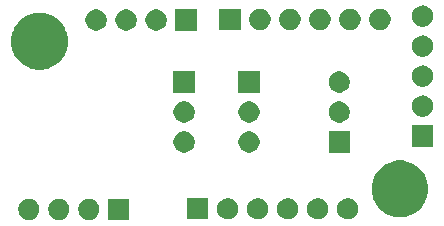
<source format=gts>
G04 #@! TF.GenerationSoftware,KiCad,Pcbnew,5.1.5+dfsg1-2build2*
G04 #@! TF.CreationDate,2023-02-26T20:32:14+01:00*
G04 #@! TF.ProjectId,EcoApi_BeeHiveSensor,45636f41-7069-45f4-9265-654869766553,rev?*
G04 #@! TF.SameCoordinates,Original*
G04 #@! TF.FileFunction,Soldermask,Top*
G04 #@! TF.FilePolarity,Negative*
%FSLAX46Y46*%
G04 Gerber Fmt 4.6, Leading zero omitted, Abs format (unit mm)*
G04 Created by KiCad (PCBNEW 5.1.5+dfsg1-2build2) date 2023-02-26 20:32:14*
%MOMM*%
%LPD*%
G04 APERTURE LIST*
%ADD10C,0.100000*%
G04 APERTURE END LIST*
D10*
G36*
X161711000Y-98951000D02*
G01*
X159909000Y-98951000D01*
X159909000Y-97149000D01*
X161711000Y-97149000D01*
X161711000Y-98951000D01*
G37*
G36*
X158383512Y-97153927D02*
G01*
X158532812Y-97183624D01*
X158696784Y-97251544D01*
X158844354Y-97350147D01*
X158969853Y-97475646D01*
X159068456Y-97623216D01*
X159136376Y-97787188D01*
X159171000Y-97961259D01*
X159171000Y-98138741D01*
X159136376Y-98312812D01*
X159068456Y-98476784D01*
X158969853Y-98624354D01*
X158844354Y-98749853D01*
X158696784Y-98848456D01*
X158532812Y-98916376D01*
X158383512Y-98946073D01*
X158358742Y-98951000D01*
X158181258Y-98951000D01*
X158156488Y-98946073D01*
X158007188Y-98916376D01*
X157843216Y-98848456D01*
X157695646Y-98749853D01*
X157570147Y-98624354D01*
X157471544Y-98476784D01*
X157403624Y-98312812D01*
X157369000Y-98138741D01*
X157369000Y-97961259D01*
X157403624Y-97787188D01*
X157471544Y-97623216D01*
X157570147Y-97475646D01*
X157695646Y-97350147D01*
X157843216Y-97251544D01*
X158007188Y-97183624D01*
X158156488Y-97153927D01*
X158181258Y-97149000D01*
X158358742Y-97149000D01*
X158383512Y-97153927D01*
G37*
G36*
X153303512Y-97153927D02*
G01*
X153452812Y-97183624D01*
X153616784Y-97251544D01*
X153764354Y-97350147D01*
X153889853Y-97475646D01*
X153988456Y-97623216D01*
X154056376Y-97787188D01*
X154091000Y-97961259D01*
X154091000Y-98138741D01*
X154056376Y-98312812D01*
X153988456Y-98476784D01*
X153889853Y-98624354D01*
X153764354Y-98749853D01*
X153616784Y-98848456D01*
X153452812Y-98916376D01*
X153303512Y-98946073D01*
X153278742Y-98951000D01*
X153101258Y-98951000D01*
X153076488Y-98946073D01*
X152927188Y-98916376D01*
X152763216Y-98848456D01*
X152615646Y-98749853D01*
X152490147Y-98624354D01*
X152391544Y-98476784D01*
X152323624Y-98312812D01*
X152289000Y-98138741D01*
X152289000Y-97961259D01*
X152323624Y-97787188D01*
X152391544Y-97623216D01*
X152490147Y-97475646D01*
X152615646Y-97350147D01*
X152763216Y-97251544D01*
X152927188Y-97183624D01*
X153076488Y-97153927D01*
X153101258Y-97149000D01*
X153278742Y-97149000D01*
X153303512Y-97153927D01*
G37*
G36*
X155843512Y-97153927D02*
G01*
X155992812Y-97183624D01*
X156156784Y-97251544D01*
X156304354Y-97350147D01*
X156429853Y-97475646D01*
X156528456Y-97623216D01*
X156596376Y-97787188D01*
X156631000Y-97961259D01*
X156631000Y-98138741D01*
X156596376Y-98312812D01*
X156528456Y-98476784D01*
X156429853Y-98624354D01*
X156304354Y-98749853D01*
X156156784Y-98848456D01*
X155992812Y-98916376D01*
X155843512Y-98946073D01*
X155818742Y-98951000D01*
X155641258Y-98951000D01*
X155616488Y-98946073D01*
X155467188Y-98916376D01*
X155303216Y-98848456D01*
X155155646Y-98749853D01*
X155030147Y-98624354D01*
X154931544Y-98476784D01*
X154863624Y-98312812D01*
X154829000Y-98138741D01*
X154829000Y-97961259D01*
X154863624Y-97787188D01*
X154931544Y-97623216D01*
X155030147Y-97475646D01*
X155155646Y-97350147D01*
X155303216Y-97251544D01*
X155467188Y-97183624D01*
X155616488Y-97153927D01*
X155641258Y-97149000D01*
X155818742Y-97149000D01*
X155843512Y-97153927D01*
G37*
G36*
X180303512Y-97103927D02*
G01*
X180452812Y-97133624D01*
X180616784Y-97201544D01*
X180764354Y-97300147D01*
X180889853Y-97425646D01*
X180988456Y-97573216D01*
X181056376Y-97737188D01*
X181091000Y-97911259D01*
X181091000Y-98088741D01*
X181056376Y-98262812D01*
X180988456Y-98426784D01*
X180889853Y-98574354D01*
X180764354Y-98699853D01*
X180616784Y-98798456D01*
X180452812Y-98866376D01*
X180303512Y-98896073D01*
X180278742Y-98901000D01*
X180101258Y-98901000D01*
X180076488Y-98896073D01*
X179927188Y-98866376D01*
X179763216Y-98798456D01*
X179615646Y-98699853D01*
X179490147Y-98574354D01*
X179391544Y-98426784D01*
X179323624Y-98262812D01*
X179289000Y-98088741D01*
X179289000Y-97911259D01*
X179323624Y-97737188D01*
X179391544Y-97573216D01*
X179490147Y-97425646D01*
X179615646Y-97300147D01*
X179763216Y-97201544D01*
X179927188Y-97133624D01*
X180076488Y-97103927D01*
X180101258Y-97099000D01*
X180278742Y-97099000D01*
X180303512Y-97103927D01*
G37*
G36*
X168391000Y-98901000D02*
G01*
X166589000Y-98901000D01*
X166589000Y-97099000D01*
X168391000Y-97099000D01*
X168391000Y-98901000D01*
G37*
G36*
X170143512Y-97103927D02*
G01*
X170292812Y-97133624D01*
X170456784Y-97201544D01*
X170604354Y-97300147D01*
X170729853Y-97425646D01*
X170828456Y-97573216D01*
X170896376Y-97737188D01*
X170931000Y-97911259D01*
X170931000Y-98088741D01*
X170896376Y-98262812D01*
X170828456Y-98426784D01*
X170729853Y-98574354D01*
X170604354Y-98699853D01*
X170456784Y-98798456D01*
X170292812Y-98866376D01*
X170143512Y-98896073D01*
X170118742Y-98901000D01*
X169941258Y-98901000D01*
X169916488Y-98896073D01*
X169767188Y-98866376D01*
X169603216Y-98798456D01*
X169455646Y-98699853D01*
X169330147Y-98574354D01*
X169231544Y-98426784D01*
X169163624Y-98262812D01*
X169129000Y-98088741D01*
X169129000Y-97911259D01*
X169163624Y-97737188D01*
X169231544Y-97573216D01*
X169330147Y-97425646D01*
X169455646Y-97300147D01*
X169603216Y-97201544D01*
X169767188Y-97133624D01*
X169916488Y-97103927D01*
X169941258Y-97099000D01*
X170118742Y-97099000D01*
X170143512Y-97103927D01*
G37*
G36*
X172683512Y-97103927D02*
G01*
X172832812Y-97133624D01*
X172996784Y-97201544D01*
X173144354Y-97300147D01*
X173269853Y-97425646D01*
X173368456Y-97573216D01*
X173436376Y-97737188D01*
X173471000Y-97911259D01*
X173471000Y-98088741D01*
X173436376Y-98262812D01*
X173368456Y-98426784D01*
X173269853Y-98574354D01*
X173144354Y-98699853D01*
X172996784Y-98798456D01*
X172832812Y-98866376D01*
X172683512Y-98896073D01*
X172658742Y-98901000D01*
X172481258Y-98901000D01*
X172456488Y-98896073D01*
X172307188Y-98866376D01*
X172143216Y-98798456D01*
X171995646Y-98699853D01*
X171870147Y-98574354D01*
X171771544Y-98426784D01*
X171703624Y-98262812D01*
X171669000Y-98088741D01*
X171669000Y-97911259D01*
X171703624Y-97737188D01*
X171771544Y-97573216D01*
X171870147Y-97425646D01*
X171995646Y-97300147D01*
X172143216Y-97201544D01*
X172307188Y-97133624D01*
X172456488Y-97103927D01*
X172481258Y-97099000D01*
X172658742Y-97099000D01*
X172683512Y-97103927D01*
G37*
G36*
X175223512Y-97103927D02*
G01*
X175372812Y-97133624D01*
X175536784Y-97201544D01*
X175684354Y-97300147D01*
X175809853Y-97425646D01*
X175908456Y-97573216D01*
X175976376Y-97737188D01*
X176011000Y-97911259D01*
X176011000Y-98088741D01*
X175976376Y-98262812D01*
X175908456Y-98426784D01*
X175809853Y-98574354D01*
X175684354Y-98699853D01*
X175536784Y-98798456D01*
X175372812Y-98866376D01*
X175223512Y-98896073D01*
X175198742Y-98901000D01*
X175021258Y-98901000D01*
X174996488Y-98896073D01*
X174847188Y-98866376D01*
X174683216Y-98798456D01*
X174535646Y-98699853D01*
X174410147Y-98574354D01*
X174311544Y-98426784D01*
X174243624Y-98262812D01*
X174209000Y-98088741D01*
X174209000Y-97911259D01*
X174243624Y-97737188D01*
X174311544Y-97573216D01*
X174410147Y-97425646D01*
X174535646Y-97300147D01*
X174683216Y-97201544D01*
X174847188Y-97133624D01*
X174996488Y-97103927D01*
X175021258Y-97099000D01*
X175198742Y-97099000D01*
X175223512Y-97103927D01*
G37*
G36*
X177763512Y-97103927D02*
G01*
X177912812Y-97133624D01*
X178076784Y-97201544D01*
X178224354Y-97300147D01*
X178349853Y-97425646D01*
X178448456Y-97573216D01*
X178516376Y-97737188D01*
X178551000Y-97911259D01*
X178551000Y-98088741D01*
X178516376Y-98262812D01*
X178448456Y-98426784D01*
X178349853Y-98574354D01*
X178224354Y-98699853D01*
X178076784Y-98798456D01*
X177912812Y-98866376D01*
X177763512Y-98896073D01*
X177738742Y-98901000D01*
X177561258Y-98901000D01*
X177536488Y-98896073D01*
X177387188Y-98866376D01*
X177223216Y-98798456D01*
X177075646Y-98699853D01*
X176950147Y-98574354D01*
X176851544Y-98426784D01*
X176783624Y-98262812D01*
X176749000Y-98088741D01*
X176749000Y-97911259D01*
X176783624Y-97737188D01*
X176851544Y-97573216D01*
X176950147Y-97425646D01*
X177075646Y-97300147D01*
X177223216Y-97201544D01*
X177387188Y-97133624D01*
X177536488Y-97103927D01*
X177561258Y-97099000D01*
X177738742Y-97099000D01*
X177763512Y-97103927D01*
G37*
G36*
X185078412Y-93955135D02*
G01*
X185310346Y-94001269D01*
X185747300Y-94182262D01*
X186140548Y-94445022D01*
X186474978Y-94779452D01*
X186737738Y-95172700D01*
X186918731Y-95609654D01*
X187011000Y-96073522D01*
X187011000Y-96546478D01*
X186918731Y-97010346D01*
X186846956Y-97183625D01*
X186746708Y-97425646D01*
X186737738Y-97447300D01*
X186474978Y-97840548D01*
X186140548Y-98174978D01*
X185747300Y-98437738D01*
X185310346Y-98618731D01*
X185078412Y-98664865D01*
X184846479Y-98711000D01*
X184373521Y-98711000D01*
X184141588Y-98664866D01*
X183909654Y-98618731D01*
X183472700Y-98437738D01*
X183079452Y-98174978D01*
X182745022Y-97840548D01*
X182482262Y-97447300D01*
X182473293Y-97425646D01*
X182373044Y-97183625D01*
X182301269Y-97010346D01*
X182209000Y-96546478D01*
X182209000Y-96073522D01*
X182301269Y-95609654D01*
X182482262Y-95172700D01*
X182745022Y-94779452D01*
X183079452Y-94445022D01*
X183472700Y-94182262D01*
X183909654Y-94001269D01*
X184141588Y-93955135D01*
X184373521Y-93909000D01*
X184846479Y-93909000D01*
X185078412Y-93955135D01*
G37*
G36*
X180371000Y-93251000D02*
G01*
X178569000Y-93251000D01*
X178569000Y-91449000D01*
X180371000Y-91449000D01*
X180371000Y-93251000D01*
G37*
G36*
X171953512Y-91453927D02*
G01*
X172102812Y-91483624D01*
X172266784Y-91551544D01*
X172414354Y-91650147D01*
X172539853Y-91775646D01*
X172638456Y-91923216D01*
X172706376Y-92087188D01*
X172741000Y-92261259D01*
X172741000Y-92438741D01*
X172706376Y-92612812D01*
X172638456Y-92776784D01*
X172539853Y-92924354D01*
X172414354Y-93049853D01*
X172266784Y-93148456D01*
X172102812Y-93216376D01*
X171953512Y-93246073D01*
X171928742Y-93251000D01*
X171751258Y-93251000D01*
X171726488Y-93246073D01*
X171577188Y-93216376D01*
X171413216Y-93148456D01*
X171265646Y-93049853D01*
X171140147Y-92924354D01*
X171041544Y-92776784D01*
X170973624Y-92612812D01*
X170939000Y-92438741D01*
X170939000Y-92261259D01*
X170973624Y-92087188D01*
X171041544Y-91923216D01*
X171140147Y-91775646D01*
X171265646Y-91650147D01*
X171413216Y-91551544D01*
X171577188Y-91483624D01*
X171726488Y-91453927D01*
X171751258Y-91449000D01*
X171928742Y-91449000D01*
X171953512Y-91453927D01*
G37*
G36*
X166453512Y-91443927D02*
G01*
X166602812Y-91473624D01*
X166766784Y-91541544D01*
X166914354Y-91640147D01*
X167039853Y-91765646D01*
X167138456Y-91913216D01*
X167206376Y-92077188D01*
X167241000Y-92251259D01*
X167241000Y-92428741D01*
X167206376Y-92602812D01*
X167138456Y-92766784D01*
X167039853Y-92914354D01*
X166914354Y-93039853D01*
X166766784Y-93138456D01*
X166602812Y-93206376D01*
X166453512Y-93236073D01*
X166428742Y-93241000D01*
X166251258Y-93241000D01*
X166226488Y-93236073D01*
X166077188Y-93206376D01*
X165913216Y-93138456D01*
X165765646Y-93039853D01*
X165640147Y-92914354D01*
X165541544Y-92766784D01*
X165473624Y-92602812D01*
X165439000Y-92428741D01*
X165439000Y-92251259D01*
X165473624Y-92077188D01*
X165541544Y-91913216D01*
X165640147Y-91765646D01*
X165765646Y-91640147D01*
X165913216Y-91541544D01*
X166077188Y-91473624D01*
X166226488Y-91443927D01*
X166251258Y-91439000D01*
X166428742Y-91439000D01*
X166453512Y-91443927D01*
G37*
G36*
X187431000Y-92751000D02*
G01*
X185629000Y-92751000D01*
X185629000Y-90949000D01*
X187431000Y-90949000D01*
X187431000Y-92751000D01*
G37*
G36*
X179583512Y-88913927D02*
G01*
X179732812Y-88943624D01*
X179896784Y-89011544D01*
X180044354Y-89110147D01*
X180169853Y-89235646D01*
X180268456Y-89383216D01*
X180336376Y-89547188D01*
X180371000Y-89721259D01*
X180371000Y-89898741D01*
X180336376Y-90072812D01*
X180268456Y-90236784D01*
X180169853Y-90384354D01*
X180044354Y-90509853D01*
X179896784Y-90608456D01*
X179732812Y-90676376D01*
X179583512Y-90706073D01*
X179558742Y-90711000D01*
X179381258Y-90711000D01*
X179356488Y-90706073D01*
X179207188Y-90676376D01*
X179043216Y-90608456D01*
X178895646Y-90509853D01*
X178770147Y-90384354D01*
X178671544Y-90236784D01*
X178603624Y-90072812D01*
X178569000Y-89898741D01*
X178569000Y-89721259D01*
X178603624Y-89547188D01*
X178671544Y-89383216D01*
X178770147Y-89235646D01*
X178895646Y-89110147D01*
X179043216Y-89011544D01*
X179207188Y-88943624D01*
X179356488Y-88913927D01*
X179381258Y-88909000D01*
X179558742Y-88909000D01*
X179583512Y-88913927D01*
G37*
G36*
X171953512Y-88913927D02*
G01*
X172102812Y-88943624D01*
X172266784Y-89011544D01*
X172414354Y-89110147D01*
X172539853Y-89235646D01*
X172638456Y-89383216D01*
X172706376Y-89547188D01*
X172741000Y-89721259D01*
X172741000Y-89898741D01*
X172706376Y-90072812D01*
X172638456Y-90236784D01*
X172539853Y-90384354D01*
X172414354Y-90509853D01*
X172266784Y-90608456D01*
X172102812Y-90676376D01*
X171953512Y-90706073D01*
X171928742Y-90711000D01*
X171751258Y-90711000D01*
X171726488Y-90706073D01*
X171577188Y-90676376D01*
X171413216Y-90608456D01*
X171265646Y-90509853D01*
X171140147Y-90384354D01*
X171041544Y-90236784D01*
X170973624Y-90072812D01*
X170939000Y-89898741D01*
X170939000Y-89721259D01*
X170973624Y-89547188D01*
X171041544Y-89383216D01*
X171140147Y-89235646D01*
X171265646Y-89110147D01*
X171413216Y-89011544D01*
X171577188Y-88943624D01*
X171726488Y-88913927D01*
X171751258Y-88909000D01*
X171928742Y-88909000D01*
X171953512Y-88913927D01*
G37*
G36*
X166453512Y-88903927D02*
G01*
X166602812Y-88933624D01*
X166766784Y-89001544D01*
X166914354Y-89100147D01*
X167039853Y-89225646D01*
X167138456Y-89373216D01*
X167206376Y-89537188D01*
X167241000Y-89711259D01*
X167241000Y-89888741D01*
X167206376Y-90062812D01*
X167138456Y-90226784D01*
X167039853Y-90374354D01*
X166914354Y-90499853D01*
X166766784Y-90598456D01*
X166602812Y-90666376D01*
X166453512Y-90696073D01*
X166428742Y-90701000D01*
X166251258Y-90701000D01*
X166226488Y-90696073D01*
X166077188Y-90666376D01*
X165913216Y-90598456D01*
X165765646Y-90499853D01*
X165640147Y-90374354D01*
X165541544Y-90226784D01*
X165473624Y-90062812D01*
X165439000Y-89888741D01*
X165439000Y-89711259D01*
X165473624Y-89537188D01*
X165541544Y-89373216D01*
X165640147Y-89225646D01*
X165765646Y-89100147D01*
X165913216Y-89001544D01*
X166077188Y-88933624D01*
X166226488Y-88903927D01*
X166251258Y-88899000D01*
X166428742Y-88899000D01*
X166453512Y-88903927D01*
G37*
G36*
X186643512Y-88413927D02*
G01*
X186792812Y-88443624D01*
X186956784Y-88511544D01*
X187104354Y-88610147D01*
X187229853Y-88735646D01*
X187328456Y-88883216D01*
X187396376Y-89047188D01*
X187431000Y-89221259D01*
X187431000Y-89398741D01*
X187396376Y-89572812D01*
X187328456Y-89736784D01*
X187229853Y-89884354D01*
X187104354Y-90009853D01*
X186956784Y-90108456D01*
X186792812Y-90176376D01*
X186643512Y-90206073D01*
X186618742Y-90211000D01*
X186441258Y-90211000D01*
X186416488Y-90206073D01*
X186267188Y-90176376D01*
X186103216Y-90108456D01*
X185955646Y-90009853D01*
X185830147Y-89884354D01*
X185731544Y-89736784D01*
X185663624Y-89572812D01*
X185629000Y-89398741D01*
X185629000Y-89221259D01*
X185663624Y-89047188D01*
X185731544Y-88883216D01*
X185830147Y-88735646D01*
X185955646Y-88610147D01*
X186103216Y-88511544D01*
X186267188Y-88443624D01*
X186416488Y-88413927D01*
X186441258Y-88409000D01*
X186618742Y-88409000D01*
X186643512Y-88413927D01*
G37*
G36*
X172741000Y-88171000D02*
G01*
X170939000Y-88171000D01*
X170939000Y-86369000D01*
X172741000Y-86369000D01*
X172741000Y-88171000D01*
G37*
G36*
X179583512Y-86373927D02*
G01*
X179732812Y-86403624D01*
X179896784Y-86471544D01*
X180044354Y-86570147D01*
X180169853Y-86695646D01*
X180268456Y-86843216D01*
X180336376Y-87007188D01*
X180371000Y-87181259D01*
X180371000Y-87358741D01*
X180336376Y-87532812D01*
X180268456Y-87696784D01*
X180169853Y-87844354D01*
X180044354Y-87969853D01*
X179896784Y-88068456D01*
X179732812Y-88136376D01*
X179583512Y-88166073D01*
X179558742Y-88171000D01*
X179381258Y-88171000D01*
X179356488Y-88166073D01*
X179207188Y-88136376D01*
X179043216Y-88068456D01*
X178895646Y-87969853D01*
X178770147Y-87844354D01*
X178671544Y-87696784D01*
X178603624Y-87532812D01*
X178569000Y-87358741D01*
X178569000Y-87181259D01*
X178603624Y-87007188D01*
X178671544Y-86843216D01*
X178770147Y-86695646D01*
X178895646Y-86570147D01*
X179043216Y-86471544D01*
X179207188Y-86403624D01*
X179356488Y-86373927D01*
X179381258Y-86369000D01*
X179558742Y-86369000D01*
X179583512Y-86373927D01*
G37*
G36*
X167241000Y-88161000D02*
G01*
X165439000Y-88161000D01*
X165439000Y-86359000D01*
X167241000Y-86359000D01*
X167241000Y-88161000D01*
G37*
G36*
X186643512Y-85873927D02*
G01*
X186792812Y-85903624D01*
X186956784Y-85971544D01*
X187104354Y-86070147D01*
X187229853Y-86195646D01*
X187328456Y-86343216D01*
X187396376Y-86507188D01*
X187431000Y-86681259D01*
X187431000Y-86858741D01*
X187396376Y-87032812D01*
X187328456Y-87196784D01*
X187229853Y-87344354D01*
X187104354Y-87469853D01*
X186956784Y-87568456D01*
X186792812Y-87636376D01*
X186643512Y-87666073D01*
X186618742Y-87671000D01*
X186441258Y-87671000D01*
X186416488Y-87666073D01*
X186267188Y-87636376D01*
X186103216Y-87568456D01*
X185955646Y-87469853D01*
X185830147Y-87344354D01*
X185731544Y-87196784D01*
X185663624Y-87032812D01*
X185629000Y-86858741D01*
X185629000Y-86681259D01*
X185663624Y-86507188D01*
X185731544Y-86343216D01*
X185830147Y-86195646D01*
X185955646Y-86070147D01*
X186103216Y-85971544D01*
X186267188Y-85903624D01*
X186416488Y-85873927D01*
X186441258Y-85869000D01*
X186618742Y-85869000D01*
X186643512Y-85873927D01*
G37*
G36*
X154470437Y-81445646D02*
G01*
X154800346Y-81511269D01*
X155237300Y-81692262D01*
X155630548Y-81955022D01*
X155964978Y-82289452D01*
X156227738Y-82682700D01*
X156291393Y-82836375D01*
X156408731Y-83119655D01*
X156501000Y-83583521D01*
X156501000Y-84056479D01*
X156408731Y-84520345D01*
X156239108Y-84929852D01*
X156227738Y-84957300D01*
X155964978Y-85350548D01*
X155630548Y-85684978D01*
X155237300Y-85947738D01*
X155237299Y-85947739D01*
X155237298Y-85947739D01*
X155109320Y-86000749D01*
X154800346Y-86128731D01*
X154568412Y-86174866D01*
X154336479Y-86221000D01*
X153863521Y-86221000D01*
X153631588Y-86174866D01*
X153399654Y-86128731D01*
X153090680Y-86000749D01*
X152962702Y-85947739D01*
X152962701Y-85947739D01*
X152962700Y-85947738D01*
X152569452Y-85684978D01*
X152235022Y-85350548D01*
X151972262Y-84957300D01*
X151960893Y-84929852D01*
X151791269Y-84520345D01*
X151699000Y-84056479D01*
X151699000Y-83583521D01*
X151791269Y-83119655D01*
X151908608Y-82836375D01*
X151972262Y-82682700D01*
X152235022Y-82289452D01*
X152569452Y-81955022D01*
X152962700Y-81692262D01*
X153399654Y-81511269D01*
X153729563Y-81445646D01*
X153863521Y-81419000D01*
X154336479Y-81419000D01*
X154470437Y-81445646D01*
G37*
G36*
X186643512Y-83333927D02*
G01*
X186792812Y-83363624D01*
X186956784Y-83431544D01*
X187104354Y-83530147D01*
X187229853Y-83655646D01*
X187328456Y-83803216D01*
X187396376Y-83967188D01*
X187431000Y-84141259D01*
X187431000Y-84318741D01*
X187396376Y-84492812D01*
X187328456Y-84656784D01*
X187229853Y-84804354D01*
X187104354Y-84929853D01*
X186956784Y-85028456D01*
X186792812Y-85096376D01*
X186643512Y-85126073D01*
X186618742Y-85131000D01*
X186441258Y-85131000D01*
X186416488Y-85126073D01*
X186267188Y-85096376D01*
X186103216Y-85028456D01*
X185955646Y-84929853D01*
X185830147Y-84804354D01*
X185731544Y-84656784D01*
X185663624Y-84492812D01*
X185629000Y-84318741D01*
X185629000Y-84141259D01*
X185663624Y-83967188D01*
X185731544Y-83803216D01*
X185830147Y-83655646D01*
X185955646Y-83530147D01*
X186103216Y-83431544D01*
X186267188Y-83363624D01*
X186416488Y-83333927D01*
X186441258Y-83329000D01*
X186618742Y-83329000D01*
X186643512Y-83333927D01*
G37*
G36*
X164083512Y-81123927D02*
G01*
X164232812Y-81153624D01*
X164396784Y-81221544D01*
X164544354Y-81320147D01*
X164669853Y-81445646D01*
X164768456Y-81593216D01*
X164836376Y-81757188D01*
X164871000Y-81931259D01*
X164871000Y-82108741D01*
X164836376Y-82282812D01*
X164768456Y-82446784D01*
X164669853Y-82594354D01*
X164544354Y-82719853D01*
X164396784Y-82818456D01*
X164232812Y-82886376D01*
X164083512Y-82916073D01*
X164058742Y-82921000D01*
X163881258Y-82921000D01*
X163856488Y-82916073D01*
X163707188Y-82886376D01*
X163543216Y-82818456D01*
X163395646Y-82719853D01*
X163270147Y-82594354D01*
X163171544Y-82446784D01*
X163103624Y-82282812D01*
X163069000Y-82108741D01*
X163069000Y-81931259D01*
X163103624Y-81757188D01*
X163171544Y-81593216D01*
X163270147Y-81445646D01*
X163395646Y-81320147D01*
X163543216Y-81221544D01*
X163707188Y-81153624D01*
X163856488Y-81123927D01*
X163881258Y-81119000D01*
X164058742Y-81119000D01*
X164083512Y-81123927D01*
G37*
G36*
X167411000Y-82921000D02*
G01*
X165609000Y-82921000D01*
X165609000Y-81119000D01*
X167411000Y-81119000D01*
X167411000Y-82921000D01*
G37*
G36*
X161543512Y-81123927D02*
G01*
X161692812Y-81153624D01*
X161856784Y-81221544D01*
X162004354Y-81320147D01*
X162129853Y-81445646D01*
X162228456Y-81593216D01*
X162296376Y-81757188D01*
X162331000Y-81931259D01*
X162331000Y-82108741D01*
X162296376Y-82282812D01*
X162228456Y-82446784D01*
X162129853Y-82594354D01*
X162004354Y-82719853D01*
X161856784Y-82818456D01*
X161692812Y-82886376D01*
X161543512Y-82916073D01*
X161518742Y-82921000D01*
X161341258Y-82921000D01*
X161316488Y-82916073D01*
X161167188Y-82886376D01*
X161003216Y-82818456D01*
X160855646Y-82719853D01*
X160730147Y-82594354D01*
X160631544Y-82446784D01*
X160563624Y-82282812D01*
X160529000Y-82108741D01*
X160529000Y-81931259D01*
X160563624Y-81757188D01*
X160631544Y-81593216D01*
X160730147Y-81445646D01*
X160855646Y-81320147D01*
X161003216Y-81221544D01*
X161167188Y-81153624D01*
X161316488Y-81123927D01*
X161341258Y-81119000D01*
X161518742Y-81119000D01*
X161543512Y-81123927D01*
G37*
G36*
X159003512Y-81123927D02*
G01*
X159152812Y-81153624D01*
X159316784Y-81221544D01*
X159464354Y-81320147D01*
X159589853Y-81445646D01*
X159688456Y-81593216D01*
X159756376Y-81757188D01*
X159791000Y-81931259D01*
X159791000Y-82108741D01*
X159756376Y-82282812D01*
X159688456Y-82446784D01*
X159589853Y-82594354D01*
X159464354Y-82719853D01*
X159316784Y-82818456D01*
X159152812Y-82886376D01*
X159003512Y-82916073D01*
X158978742Y-82921000D01*
X158801258Y-82921000D01*
X158776488Y-82916073D01*
X158627188Y-82886376D01*
X158463216Y-82818456D01*
X158315646Y-82719853D01*
X158190147Y-82594354D01*
X158091544Y-82446784D01*
X158023624Y-82282812D01*
X157989000Y-82108741D01*
X157989000Y-81931259D01*
X158023624Y-81757188D01*
X158091544Y-81593216D01*
X158190147Y-81445646D01*
X158315646Y-81320147D01*
X158463216Y-81221544D01*
X158627188Y-81153624D01*
X158776488Y-81123927D01*
X158801258Y-81119000D01*
X158978742Y-81119000D01*
X159003512Y-81123927D01*
G37*
G36*
X171121000Y-82871000D02*
G01*
X169319000Y-82871000D01*
X169319000Y-81069000D01*
X171121000Y-81069000D01*
X171121000Y-82871000D01*
G37*
G36*
X172873512Y-81073927D02*
G01*
X173022812Y-81103624D01*
X173186784Y-81171544D01*
X173334354Y-81270147D01*
X173459853Y-81395646D01*
X173558456Y-81543216D01*
X173626376Y-81707188D01*
X173661000Y-81881259D01*
X173661000Y-82058741D01*
X173626376Y-82232812D01*
X173558456Y-82396784D01*
X173459853Y-82544354D01*
X173334354Y-82669853D01*
X173186784Y-82768456D01*
X173022812Y-82836376D01*
X172873512Y-82866073D01*
X172848742Y-82871000D01*
X172671258Y-82871000D01*
X172646488Y-82866073D01*
X172497188Y-82836376D01*
X172333216Y-82768456D01*
X172185646Y-82669853D01*
X172060147Y-82544354D01*
X171961544Y-82396784D01*
X171893624Y-82232812D01*
X171859000Y-82058741D01*
X171859000Y-81881259D01*
X171893624Y-81707188D01*
X171961544Y-81543216D01*
X172060147Y-81395646D01*
X172185646Y-81270147D01*
X172333216Y-81171544D01*
X172497188Y-81103624D01*
X172646488Y-81073927D01*
X172671258Y-81069000D01*
X172848742Y-81069000D01*
X172873512Y-81073927D01*
G37*
G36*
X175413512Y-81073927D02*
G01*
X175562812Y-81103624D01*
X175726784Y-81171544D01*
X175874354Y-81270147D01*
X175999853Y-81395646D01*
X176098456Y-81543216D01*
X176166376Y-81707188D01*
X176201000Y-81881259D01*
X176201000Y-82058741D01*
X176166376Y-82232812D01*
X176098456Y-82396784D01*
X175999853Y-82544354D01*
X175874354Y-82669853D01*
X175726784Y-82768456D01*
X175562812Y-82836376D01*
X175413512Y-82866073D01*
X175388742Y-82871000D01*
X175211258Y-82871000D01*
X175186488Y-82866073D01*
X175037188Y-82836376D01*
X174873216Y-82768456D01*
X174725646Y-82669853D01*
X174600147Y-82544354D01*
X174501544Y-82396784D01*
X174433624Y-82232812D01*
X174399000Y-82058741D01*
X174399000Y-81881259D01*
X174433624Y-81707188D01*
X174501544Y-81543216D01*
X174600147Y-81395646D01*
X174725646Y-81270147D01*
X174873216Y-81171544D01*
X175037188Y-81103624D01*
X175186488Y-81073927D01*
X175211258Y-81069000D01*
X175388742Y-81069000D01*
X175413512Y-81073927D01*
G37*
G36*
X177953512Y-81073927D02*
G01*
X178102812Y-81103624D01*
X178266784Y-81171544D01*
X178414354Y-81270147D01*
X178539853Y-81395646D01*
X178638456Y-81543216D01*
X178706376Y-81707188D01*
X178741000Y-81881259D01*
X178741000Y-82058741D01*
X178706376Y-82232812D01*
X178638456Y-82396784D01*
X178539853Y-82544354D01*
X178414354Y-82669853D01*
X178266784Y-82768456D01*
X178102812Y-82836376D01*
X177953512Y-82866073D01*
X177928742Y-82871000D01*
X177751258Y-82871000D01*
X177726488Y-82866073D01*
X177577188Y-82836376D01*
X177413216Y-82768456D01*
X177265646Y-82669853D01*
X177140147Y-82544354D01*
X177041544Y-82396784D01*
X176973624Y-82232812D01*
X176939000Y-82058741D01*
X176939000Y-81881259D01*
X176973624Y-81707188D01*
X177041544Y-81543216D01*
X177140147Y-81395646D01*
X177265646Y-81270147D01*
X177413216Y-81171544D01*
X177577188Y-81103624D01*
X177726488Y-81073927D01*
X177751258Y-81069000D01*
X177928742Y-81069000D01*
X177953512Y-81073927D01*
G37*
G36*
X180493512Y-81073927D02*
G01*
X180642812Y-81103624D01*
X180806784Y-81171544D01*
X180954354Y-81270147D01*
X181079853Y-81395646D01*
X181178456Y-81543216D01*
X181246376Y-81707188D01*
X181281000Y-81881259D01*
X181281000Y-82058741D01*
X181246376Y-82232812D01*
X181178456Y-82396784D01*
X181079853Y-82544354D01*
X180954354Y-82669853D01*
X180806784Y-82768456D01*
X180642812Y-82836376D01*
X180493512Y-82866073D01*
X180468742Y-82871000D01*
X180291258Y-82871000D01*
X180266488Y-82866073D01*
X180117188Y-82836376D01*
X179953216Y-82768456D01*
X179805646Y-82669853D01*
X179680147Y-82544354D01*
X179581544Y-82396784D01*
X179513624Y-82232812D01*
X179479000Y-82058741D01*
X179479000Y-81881259D01*
X179513624Y-81707188D01*
X179581544Y-81543216D01*
X179680147Y-81395646D01*
X179805646Y-81270147D01*
X179953216Y-81171544D01*
X180117188Y-81103624D01*
X180266488Y-81073927D01*
X180291258Y-81069000D01*
X180468742Y-81069000D01*
X180493512Y-81073927D01*
G37*
G36*
X183033512Y-81073927D02*
G01*
X183182812Y-81103624D01*
X183346784Y-81171544D01*
X183494354Y-81270147D01*
X183619853Y-81395646D01*
X183718456Y-81543216D01*
X183786376Y-81707188D01*
X183821000Y-81881259D01*
X183821000Y-82058741D01*
X183786376Y-82232812D01*
X183718456Y-82396784D01*
X183619853Y-82544354D01*
X183494354Y-82669853D01*
X183346784Y-82768456D01*
X183182812Y-82836376D01*
X183033512Y-82866073D01*
X183008742Y-82871000D01*
X182831258Y-82871000D01*
X182806488Y-82866073D01*
X182657188Y-82836376D01*
X182493216Y-82768456D01*
X182345646Y-82669853D01*
X182220147Y-82544354D01*
X182121544Y-82396784D01*
X182053624Y-82232812D01*
X182019000Y-82058741D01*
X182019000Y-81881259D01*
X182053624Y-81707188D01*
X182121544Y-81543216D01*
X182220147Y-81395646D01*
X182345646Y-81270147D01*
X182493216Y-81171544D01*
X182657188Y-81103624D01*
X182806488Y-81073927D01*
X182831258Y-81069000D01*
X183008742Y-81069000D01*
X183033512Y-81073927D01*
G37*
G36*
X186643512Y-80793927D02*
G01*
X186792812Y-80823624D01*
X186956784Y-80891544D01*
X187104354Y-80990147D01*
X187229853Y-81115646D01*
X187328456Y-81263216D01*
X187396376Y-81427188D01*
X187431000Y-81601259D01*
X187431000Y-81778741D01*
X187396376Y-81952812D01*
X187328456Y-82116784D01*
X187229853Y-82264354D01*
X187104354Y-82389853D01*
X186956784Y-82488456D01*
X186792812Y-82556376D01*
X186643512Y-82586073D01*
X186618742Y-82591000D01*
X186441258Y-82591000D01*
X186416488Y-82586073D01*
X186267188Y-82556376D01*
X186103216Y-82488456D01*
X185955646Y-82389853D01*
X185830147Y-82264354D01*
X185731544Y-82116784D01*
X185663624Y-81952812D01*
X185629000Y-81778741D01*
X185629000Y-81601259D01*
X185663624Y-81427188D01*
X185731544Y-81263216D01*
X185830147Y-81115646D01*
X185955646Y-80990147D01*
X186103216Y-80891544D01*
X186267188Y-80823624D01*
X186416488Y-80793927D01*
X186441258Y-80789000D01*
X186618742Y-80789000D01*
X186643512Y-80793927D01*
G37*
M02*

</source>
